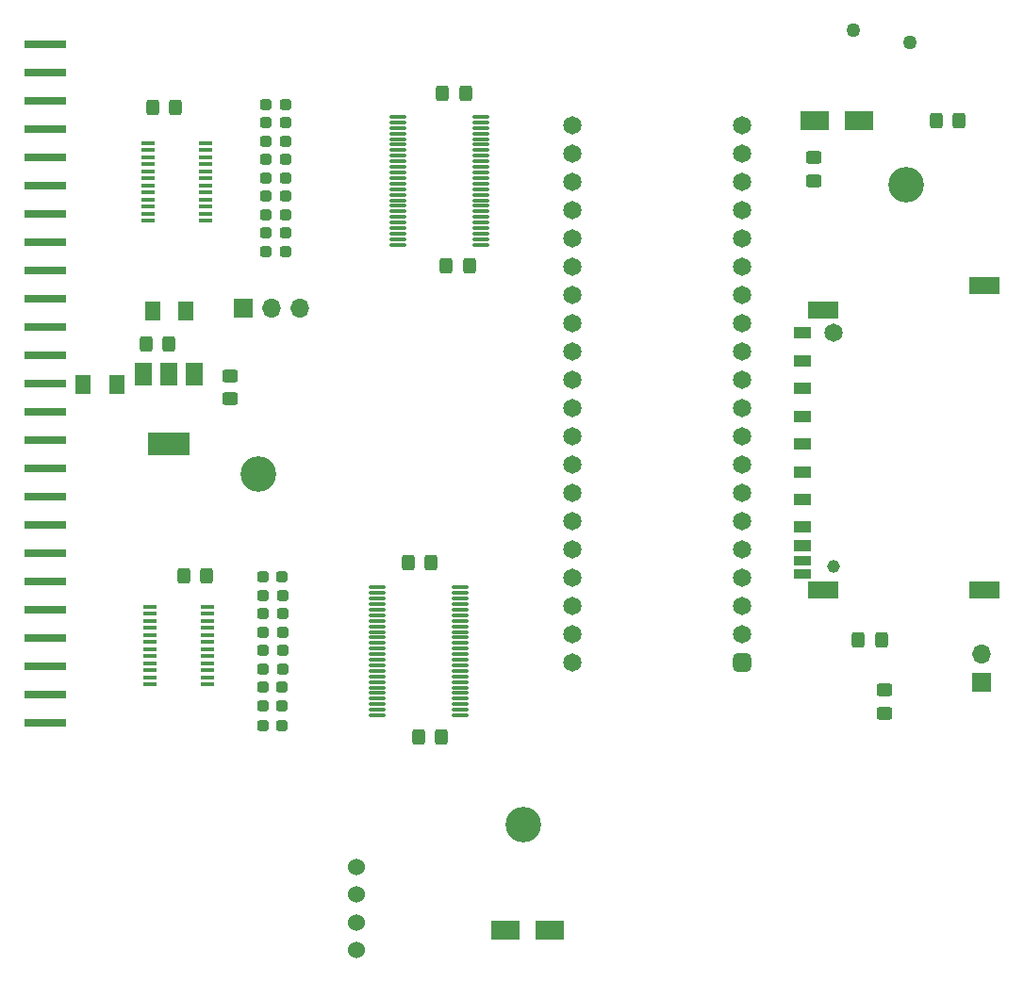
<source format=gbr>
%TF.GenerationSoftware,KiCad,Pcbnew,(6.0.2)*%
%TF.CreationDate,2022-04-15T06:18:49-06:00*%
%TF.ProjectId,XCVR_F4_SMD_V1,58435652-5f46-4345-9f53-4d445f56312e,rev?*%
%TF.SameCoordinates,Original*%
%TF.FileFunction,Soldermask,Top*%
%TF.FilePolarity,Negative*%
%FSLAX46Y46*%
G04 Gerber Fmt 4.6, Leading zero omitted, Abs format (unit mm)*
G04 Created by KiCad (PCBNEW (6.0.2)) date 2022-04-15 06:18:49*
%MOMM*%
%LPD*%
G01*
G04 APERTURE LIST*
G04 Aperture macros list*
%AMRoundRect*
0 Rectangle with rounded corners*
0 $1 Rounding radius*
0 $2 $3 $4 $5 $6 $7 $8 $9 X,Y pos of 4 corners*
0 Add a 4 corners polygon primitive as box body*
4,1,4,$2,$3,$4,$5,$6,$7,$8,$9,$2,$3,0*
0 Add four circle primitives for the rounded corners*
1,1,$1+$1,$2,$3*
1,1,$1+$1,$4,$5*
1,1,$1+$1,$6,$7*
1,1,$1+$1,$8,$9*
0 Add four rect primitives between the rounded corners*
20,1,$1+$1,$2,$3,$4,$5,0*
20,1,$1+$1,$4,$5,$6,$7,0*
20,1,$1+$1,$6,$7,$8,$9,0*
20,1,$1+$1,$8,$9,$2,$3,0*%
G04 Aperture macros list end*
%ADD10R,3.800000X0.750000*%
%ADD11RoundRect,0.237500X-0.287500X-0.237500X0.287500X-0.237500X0.287500X0.237500X-0.287500X0.237500X0*%
%ADD12C,1.524000*%
%ADD13C,3.200000*%
%ADD14RoundRect,0.250001X-0.462499X-0.624999X0.462499X-0.624999X0.462499X0.624999X-0.462499X0.624999X0*%
%ADD15RoundRect,0.250001X0.462499X0.624999X-0.462499X0.624999X-0.462499X-0.624999X0.462499X-0.624999X0*%
%ADD16RoundRect,0.237500X0.287500X0.237500X-0.287500X0.237500X-0.287500X-0.237500X0.287500X-0.237500X0*%
%ADD17R,1.500000X2.000000*%
%ADD18R,3.800000X2.000000*%
%ADD19R,1.200000X0.400000*%
%ADD20C,1.270000*%
%ADD21RoundRect,0.250000X-0.450000X0.325000X-0.450000X-0.325000X0.450000X-0.325000X0.450000X0.325000X0*%
%ADD22RoundRect,0.412500X0.412500X0.412500X-0.412500X0.412500X-0.412500X-0.412500X0.412500X-0.412500X0*%
%ADD23C,1.650000*%
%ADD24RoundRect,0.075000X-0.662500X-0.075000X0.662500X-0.075000X0.662500X0.075000X-0.662500X0.075000X0*%
%ADD25RoundRect,0.250000X-0.325000X-0.450000X0.325000X-0.450000X0.325000X0.450000X-0.325000X0.450000X0*%
%ADD26RoundRect,0.250000X0.325000X0.450000X-0.325000X0.450000X-0.325000X-0.450000X0.325000X-0.450000X0*%
%ADD27R,1.700000X1.700000*%
%ADD28O,1.700000X1.700000*%
%ADD29RoundRect,0.250000X0.450000X-0.325000X0.450000X0.325000X-0.450000X0.325000X-0.450000X-0.325000X0*%
%ADD30C,1.150000*%
%ADD31R,1.500000X0.960000*%
%ADD32R,1.500000X1.100000*%
%ADD33R,2.800000X1.500000*%
%ADD34R,2.500000X1.800000*%
G04 APERTURE END LIST*
D10*
%TO.C,J3*%
X107017820Y-129484120D03*
X107017820Y-126944120D03*
X107017820Y-124404120D03*
X107017820Y-121864120D03*
X107017820Y-119324120D03*
X107017820Y-116784120D03*
X107017820Y-114244120D03*
X107017820Y-111704120D03*
X107017820Y-109164120D03*
X107017820Y-106624120D03*
X107017820Y-104084120D03*
X107017820Y-101544120D03*
X107017820Y-99004120D03*
X107017820Y-96464120D03*
X107017820Y-93924120D03*
X107017820Y-91384120D03*
X107017820Y-88844120D03*
X107017820Y-86304120D03*
X107017820Y-83764120D03*
X107017820Y-81224120D03*
X107017820Y-78684120D03*
X107017820Y-76144120D03*
X107017820Y-73604120D03*
X107017820Y-71064120D03*
X107017820Y-68524120D03*
%TD*%
D11*
%TO.C,R6*%
X126537780Y-119689880D03*
X128287780Y-119689880D03*
%TD*%
%TO.C,R4*%
X126537780Y-118038880D03*
X128287780Y-118038880D03*
%TD*%
%TO.C,R5*%
X126523780Y-126293880D03*
X128273780Y-126293880D03*
%TD*%
%TO.C,R10*%
X126523780Y-128008380D03*
X128273780Y-128008380D03*
%TD*%
%TO.C,R7*%
X126537780Y-124642880D03*
X128287780Y-124642880D03*
%TD*%
%TO.C,R8*%
X126537780Y-121340880D03*
X128287780Y-121340880D03*
%TD*%
%TO.C,R1*%
X126523780Y-116387880D03*
X128273780Y-116387880D03*
%TD*%
%TO.C,R11*%
X126523780Y-129786380D03*
X128273780Y-129786380D03*
%TD*%
%TO.C,R9*%
X126537780Y-122991880D03*
X128287780Y-122991880D03*
%TD*%
D12*
%TO.C,J4*%
X134917180Y-149919060D03*
X134917180Y-147419060D03*
X134917180Y-144919060D03*
X134917180Y-142419060D03*
%TD*%
D13*
%TO.C,REF\u002A\u002A*%
X149900640Y-138628120D03*
%TD*%
%TO.C,REF\u002A\u002A*%
X126138940Y-107116880D03*
%TD*%
%TO.C,REF\u002A\u002A*%
X184279540Y-81127600D03*
%TD*%
D14*
%TO.C,C1*%
X116664080Y-92506800D03*
X119639080Y-92506800D03*
%TD*%
D15*
%TO.C,C2*%
X113386260Y-99082860D03*
X110411260Y-99082860D03*
%TD*%
D11*
%TO.C,R3*%
X126804420Y-73916540D03*
X128554420Y-73916540D03*
%TD*%
%TO.C,R2*%
X126804420Y-75567540D03*
X128554420Y-75567540D03*
%TD*%
D16*
%TO.C,R18*%
X128554420Y-83822540D03*
X126804420Y-83822540D03*
%TD*%
%TO.C,R17*%
X128554420Y-85473540D03*
X126804420Y-85473540D03*
%TD*%
%TO.C,R16*%
X128554420Y-87124540D03*
X126804420Y-87124540D03*
%TD*%
%TO.C,R15*%
X128554420Y-82171540D03*
X126804420Y-82171540D03*
%TD*%
%TO.C,R14*%
X128554420Y-80520540D03*
X126804420Y-80520540D03*
%TD*%
%TO.C,R13*%
X128554420Y-78869540D03*
X126804420Y-78869540D03*
%TD*%
%TO.C,R12*%
X128568420Y-77218540D03*
X126818420Y-77218540D03*
%TD*%
D17*
%TO.C,U3*%
X120393220Y-98146920D03*
X118093220Y-98146920D03*
D18*
X118093220Y-104446920D03*
D17*
X115793220Y-98146920D03*
%TD*%
D19*
%TO.C,U2*%
X116203420Y-77409040D03*
X116203420Y-78044040D03*
X116203420Y-78679040D03*
X116203420Y-79314040D03*
X116203420Y-79949040D03*
X116203420Y-80584040D03*
X116203420Y-81219040D03*
X116203420Y-81854040D03*
X116203420Y-82489040D03*
X116203420Y-83124040D03*
X116203420Y-83759040D03*
X116203420Y-84394040D03*
X121403420Y-84394040D03*
X121403420Y-83759040D03*
X121403420Y-83124040D03*
X121403420Y-82489040D03*
X121403420Y-81854040D03*
X121403420Y-81219040D03*
X121403420Y-80584040D03*
X121403420Y-79949040D03*
X121403420Y-79314040D03*
X121403420Y-78679040D03*
X121403420Y-78044040D03*
X121403420Y-77409040D03*
%TD*%
%TO.C,U1*%
X116353280Y-119054880D03*
X116353280Y-119689880D03*
X116353280Y-120324880D03*
X116353280Y-120959880D03*
X116353280Y-121594880D03*
X116353280Y-122229880D03*
X116353280Y-122864880D03*
X116353280Y-123499880D03*
X116353280Y-124134880D03*
X116353280Y-124769880D03*
X116353280Y-125404880D03*
X116353280Y-126039880D03*
X121553280Y-126039880D03*
X121553280Y-125404880D03*
X121553280Y-124769880D03*
X121553280Y-124134880D03*
X121553280Y-123499880D03*
X121553280Y-122864880D03*
X121553280Y-122229880D03*
X121553280Y-121594880D03*
X121553280Y-120959880D03*
X121553280Y-120324880D03*
X121553280Y-119689880D03*
X121553280Y-119054880D03*
%TD*%
D20*
%TO.C,F1*%
X184670700Y-68392040D03*
X179590700Y-67249040D03*
%TD*%
D21*
%TO.C,C3*%
X176034700Y-78733540D03*
X176034700Y-80783540D03*
%TD*%
D22*
%TO.C,BP1*%
X169519600Y-124063760D03*
D23*
X169519600Y-121523760D03*
X169519600Y-118983760D03*
X169519600Y-116443760D03*
X169519600Y-113903760D03*
X169519600Y-111363760D03*
X169519600Y-108823760D03*
X169519600Y-106283760D03*
X169519600Y-103743760D03*
X169519600Y-101203760D03*
X169519600Y-98663760D03*
X169519600Y-96123760D03*
X169519600Y-93583760D03*
X169519600Y-91043760D03*
X169519600Y-88503760D03*
X169519600Y-85963760D03*
X169519600Y-83423760D03*
X169519600Y-80883760D03*
X169519600Y-78343760D03*
X169519600Y-75803760D03*
X154279600Y-75803760D03*
X154279600Y-78343760D03*
X154279600Y-80883760D03*
X154279600Y-83423760D03*
X154279600Y-85963760D03*
X154279600Y-88503760D03*
X154279600Y-91043760D03*
X154279600Y-93583760D03*
X154279600Y-96123760D03*
X154279600Y-98663760D03*
X154279600Y-101203760D03*
X154279600Y-103743760D03*
X154279600Y-106283760D03*
X154279600Y-108823760D03*
X154279600Y-111363760D03*
X154279600Y-113903760D03*
X154279600Y-116443760D03*
X154279600Y-118983760D03*
X154279600Y-121523760D03*
X154279600Y-124063760D03*
%TD*%
D24*
%TO.C,U4*%
X136832340Y-117330720D03*
X136832340Y-117830720D03*
X136832340Y-118330720D03*
X136832340Y-118830720D03*
X136832340Y-119330720D03*
X136832340Y-119830720D03*
X136832340Y-120330720D03*
X136832340Y-120830720D03*
X136832340Y-121330720D03*
X136832340Y-121830720D03*
X136832340Y-122330720D03*
X136832340Y-122830720D03*
X136832340Y-123330720D03*
X136832340Y-123830720D03*
X136832340Y-124330720D03*
X136832340Y-124830720D03*
X136832340Y-125330720D03*
X136832340Y-125830720D03*
X136832340Y-126330720D03*
X136832340Y-126830720D03*
X136832340Y-127330720D03*
X136832340Y-127830720D03*
X136832340Y-128330720D03*
X136832340Y-128830720D03*
X144257340Y-128830720D03*
X144257340Y-128330720D03*
X144257340Y-127830720D03*
X144257340Y-127330720D03*
X144257340Y-126830720D03*
X144257340Y-126330720D03*
X144257340Y-125830720D03*
X144257340Y-125330720D03*
X144257340Y-124830720D03*
X144257340Y-124330720D03*
X144257340Y-123830720D03*
X144257340Y-123330720D03*
X144257340Y-122830720D03*
X144257340Y-122330720D03*
X144257340Y-121830720D03*
X144257340Y-121330720D03*
X144257340Y-120830720D03*
X144257340Y-120330720D03*
X144257340Y-119830720D03*
X144257340Y-119330720D03*
X144257340Y-118830720D03*
X144257340Y-118330720D03*
X144257340Y-117830720D03*
X144257340Y-117330720D03*
%TD*%
%TO.C,U5*%
X138674820Y-75052480D03*
X138674820Y-75552480D03*
X138674820Y-76052480D03*
X138674820Y-76552480D03*
X138674820Y-77052480D03*
X138674820Y-77552480D03*
X138674820Y-78052480D03*
X138674820Y-78552480D03*
X138674820Y-79052480D03*
X138674820Y-79552480D03*
X138674820Y-80052480D03*
X138674820Y-80552480D03*
X138674820Y-81052480D03*
X138674820Y-81552480D03*
X138674820Y-82052480D03*
X138674820Y-82552480D03*
X138674820Y-83052480D03*
X138674820Y-83552480D03*
X138674820Y-84052480D03*
X138674820Y-84552480D03*
X138674820Y-85052480D03*
X138674820Y-85552480D03*
X138674820Y-86052480D03*
X138674820Y-86552480D03*
X146099820Y-86552480D03*
X146099820Y-86052480D03*
X146099820Y-85552480D03*
X146099820Y-85052480D03*
X146099820Y-84552480D03*
X146099820Y-84052480D03*
X146099820Y-83552480D03*
X146099820Y-83052480D03*
X146099820Y-82552480D03*
X146099820Y-82052480D03*
X146099820Y-81552480D03*
X146099820Y-81052480D03*
X146099820Y-80552480D03*
X146099820Y-80052480D03*
X146099820Y-79552480D03*
X146099820Y-79052480D03*
X146099820Y-78552480D03*
X146099820Y-78052480D03*
X146099820Y-77552480D03*
X146099820Y-77052480D03*
X146099820Y-76552480D03*
X146099820Y-76052480D03*
X146099820Y-75552480D03*
X146099820Y-75052480D03*
%TD*%
D25*
%TO.C,C4*%
X139600720Y-115072160D03*
X141650720Y-115072160D03*
%TD*%
%TO.C,C5*%
X142671580Y-72953880D03*
X144721580Y-72953880D03*
%TD*%
D26*
%TO.C,R19*%
X121478040Y-116304060D03*
X119428040Y-116304060D03*
%TD*%
D27*
%TO.C,J1*%
X191028320Y-125839219D03*
D28*
X191028320Y-123299219D03*
%TD*%
D29*
%TO.C,R21*%
X182328820Y-128613119D03*
X182328820Y-126563119D03*
%TD*%
D26*
%TO.C,C6*%
X118685420Y-74206100D03*
X116635420Y-74206100D03*
%TD*%
D25*
%TO.C,C7*%
X116060001Y-95455740D03*
X118110001Y-95455740D03*
%TD*%
D29*
%TO.C,C8*%
X123596400Y-100353080D03*
X123596400Y-98303080D03*
%TD*%
D25*
%TO.C,C9*%
X186965480Y-75399900D03*
X189015480Y-75399900D03*
%TD*%
%TO.C,C10*%
X140494800Y-130810000D03*
X142544800Y-130810000D03*
%TD*%
%TO.C,C11*%
X180012120Y-122087640D03*
X182062120Y-122087640D03*
%TD*%
D30*
%TO.C,SD1*%
X177811080Y-115415780D03*
D23*
X177811080Y-94415780D03*
D31*
X175011080Y-116095780D03*
X175011080Y-114895780D03*
D32*
X175011080Y-113595780D03*
X175011080Y-111895780D03*
X175011080Y-109465780D03*
X175011080Y-106965780D03*
X175011080Y-104465780D03*
X175011080Y-101965780D03*
X175011080Y-99465780D03*
X175011080Y-96965780D03*
X175011080Y-94465780D03*
D33*
X176811080Y-117555780D03*
X176811080Y-92455780D03*
X191311080Y-117555780D03*
X191311080Y-90255780D03*
%TD*%
D34*
%TO.C,D1*%
X176070760Y-75410060D03*
X180070760Y-75410060D03*
%TD*%
%TO.C,D2*%
X152301960Y-148130260D03*
X148301960Y-148130260D03*
%TD*%
D27*
%TO.C,J2*%
X124780040Y-92280740D03*
D28*
X127320040Y-92280740D03*
X129860040Y-92280740D03*
%TD*%
D25*
%TO.C,C12*%
X143017020Y-88447880D03*
X145067020Y-88447880D03*
%TD*%
M02*

</source>
